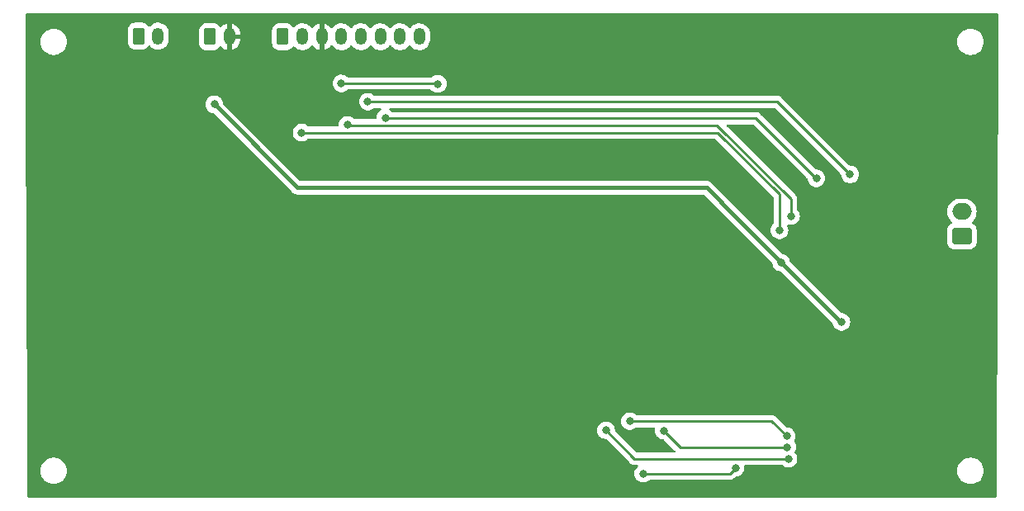
<source format=gbr>
%TF.GenerationSoftware,KiCad,Pcbnew,7.0.11-2.fc38*%
%TF.CreationDate,2024-03-25T20:43:53+00:00*%
%TF.ProjectId,music-box,6d757369-632d-4626-9f78-2e6b69636164,rev?*%
%TF.SameCoordinates,Original*%
%TF.FileFunction,Copper,L2,Bot*%
%TF.FilePolarity,Positive*%
%FSLAX46Y46*%
G04 Gerber Fmt 4.6, Leading zero omitted, Abs format (unit mm)*
G04 Created by KiCad (PCBNEW 7.0.11-2.fc38) date 2024-03-25 20:43:53*
%MOMM*%
%LPD*%
G01*
G04 APERTURE LIST*
G04 Aperture macros list*
%AMRoundRect*
0 Rectangle with rounded corners*
0 $1 Rounding radius*
0 $2 $3 $4 $5 $6 $7 $8 $9 X,Y pos of 4 corners*
0 Add a 4 corners polygon primitive as box body*
4,1,4,$2,$3,$4,$5,$6,$7,$8,$9,$2,$3,0*
0 Add four circle primitives for the rounded corners*
1,1,$1+$1,$2,$3*
1,1,$1+$1,$4,$5*
1,1,$1+$1,$6,$7*
1,1,$1+$1,$8,$9*
0 Add four rect primitives between the rounded corners*
20,1,$1+$1,$2,$3,$4,$5,0*
20,1,$1+$1,$4,$5,$6,$7,0*
20,1,$1+$1,$6,$7,$8,$9,0*
20,1,$1+$1,$8,$9,$2,$3,0*%
G04 Aperture macros list end*
%TA.AperFunction,ComponentPad*%
%ADD10RoundRect,0.250000X0.750000X-0.600000X0.750000X0.600000X-0.750000X0.600000X-0.750000X-0.600000X0*%
%TD*%
%TA.AperFunction,ComponentPad*%
%ADD11O,2.000000X1.700000*%
%TD*%
%TA.AperFunction,ComponentPad*%
%ADD12RoundRect,0.250000X-0.350000X-0.625000X0.350000X-0.625000X0.350000X0.625000X-0.350000X0.625000X0*%
%TD*%
%TA.AperFunction,ComponentPad*%
%ADD13O,1.200000X1.750000*%
%TD*%
%TA.AperFunction,ViaPad*%
%ADD14C,0.800000*%
%TD*%
%TA.AperFunction,Conductor*%
%ADD15C,0.400000*%
%TD*%
%TA.AperFunction,Conductor*%
%ADD16C,0.250000*%
%TD*%
G04 APERTURE END LIST*
D10*
%TO.P,J1,1,Pin_1*%
%TO.N,Net-(J1-Pin_1)*%
X196120000Y-122930000D03*
D11*
%TO.P,J1,2,Pin_2*%
%TO.N,Net-(J1-Pin_2)*%
X196120000Y-120430000D03*
%TD*%
D12*
%TO.P,J3,1,Pin_1*%
%TO.N,Net-(J3-Pin_1)*%
X119020000Y-102480000D03*
D13*
%TO.P,J3,2,Pin_2*%
%TO.N,GND*%
X121020000Y-102480000D03*
%TD*%
D12*
%TO.P,J4,1,Pin_1*%
%TO.N,+5V*%
X111700000Y-102410000D03*
D13*
%TO.P,J4,2,Pin_2*%
%TO.N,Net-(J3-Pin_1)*%
X113700000Y-102410000D03*
%TD*%
D12*
%TO.P,J5,1,Pin_1*%
%TO.N,+3.3V*%
X126490000Y-102480000D03*
D13*
%TO.P,J5,2,Pin_2*%
%TO.N,/RFID_RST*%
X128490000Y-102480000D03*
%TO.P,J5,3,Pin_3*%
%TO.N,GND*%
X130490000Y-102480000D03*
%TO.P,J5,4,Pin_4*%
%TO.N,/RFID_MISO*%
X132490000Y-102480000D03*
%TO.P,J5,5,Pin_5*%
%TO.N,/RFID_MOSI*%
X134490000Y-102480000D03*
%TO.P,J5,6,Pin_6*%
%TO.N,/RFID_SCK*%
X136490000Y-102480000D03*
%TO.P,J5,7,Pin_7*%
%TO.N,/RFID_SDA*%
X138490000Y-102480000D03*
%TO.P,J5,8,Pin_8*%
%TO.N,unconnected-(J5-Pin_8-Pad8)*%
X140490000Y-102480000D03*
%TD*%
D14*
%TO.N,+3.3V*%
X177590000Y-125660000D03*
X119470000Y-109420000D03*
X172900000Y-146680000D03*
X183760000Y-131730000D03*
X163440000Y-147300000D03*
%TO.N,GND*%
X183410000Y-129060000D03*
X181000000Y-137140000D03*
X154650000Y-145720000D03*
X146990000Y-139370000D03*
X116550000Y-107700000D03*
X156040000Y-141670000D03*
X181590000Y-123800000D03*
X108950000Y-140160000D03*
X181400000Y-121680000D03*
X182610000Y-116500000D03*
X134330000Y-139460000D03*
X187520000Y-120670000D03*
X111070000Y-110350000D03*
%TO.N,/SD_CS*%
X165550000Y-142870000D03*
X178200000Y-144580000D03*
%TO.N,/SD_RX*%
X162070000Y-141910000D03*
X178150000Y-143460000D03*
%TO.N,/SD_TX*%
X159630000Y-142850000D03*
X178330000Y-145750000D03*
%TO.N,/RFID_MISO*%
X132490000Y-107270000D03*
X142380000Y-107320000D03*
%TO.N,/AMP_SD*%
X128420000Y-112310000D03*
X177410000Y-122330000D03*
%TO.N,/AMP_DIN*%
X178590000Y-120880000D03*
X133120000Y-111520000D03*
%TO.N,/AMP_LRC*%
X184650000Y-116600000D03*
X135200000Y-109140000D03*
%TO.N,/AMP_BCLK*%
X181190000Y-117010000D03*
X137010000Y-110800000D03*
%TD*%
D15*
%TO.N,+3.3V*%
X169927500Y-117957500D02*
X172930000Y-120960000D01*
X183760000Y-131790000D02*
X183780000Y-131810000D01*
D16*
X163440000Y-147300000D02*
X172300000Y-147300000D01*
D15*
X183700000Y-131730000D02*
X183760000Y-131730000D01*
D16*
X172300000Y-147300000D02*
X172900000Y-146700000D01*
D15*
X128007500Y-117957500D02*
X169927500Y-117957500D01*
X177630000Y-125660000D02*
X183700000Y-131730000D01*
X172940000Y-120970000D02*
X177590000Y-125620000D01*
X177590000Y-125660000D02*
X177630000Y-125660000D01*
X183760000Y-131730000D02*
X183760000Y-131790000D01*
X172930000Y-120960000D02*
X172930000Y-120970000D01*
X172930000Y-120970000D02*
X172940000Y-120970000D01*
X119470000Y-109420000D02*
X128007500Y-117957500D01*
D16*
X172900000Y-146680000D02*
X172920000Y-146680000D01*
D15*
X177590000Y-125620000D02*
X177590000Y-125660000D01*
D16*
X172900000Y-146700000D02*
X172900000Y-146680000D01*
X172920000Y-146680000D02*
X172870000Y-146730000D01*
%TO.N,/SD_CS*%
X178200000Y-144580000D02*
X167260000Y-144580000D01*
X167260000Y-144580000D02*
X165550000Y-142870000D01*
%TO.N,/SD_RX*%
X176600000Y-141910000D02*
X162070000Y-141910000D01*
X178150000Y-143460000D02*
X176600000Y-141910000D01*
%TO.N,/SD_TX*%
X162530000Y-145750000D02*
X178330000Y-145750000D01*
X159630000Y-142850000D02*
X162530000Y-145750000D01*
%TO.N,/RFID_MISO*%
X132490000Y-107270000D02*
X142330000Y-107270000D01*
X142330000Y-107270000D02*
X142380000Y-107320000D01*
%TO.N,/AMP_SD*%
X177410000Y-122330000D02*
X177430000Y-122350000D01*
X177430000Y-122310000D02*
X177410000Y-122330000D01*
X171100000Y-112320000D02*
X177430000Y-118650000D01*
X128420000Y-112310000D02*
X128440000Y-112310000D01*
X138190000Y-112320000D02*
X138180000Y-112310000D01*
X177430000Y-118650000D02*
X177430000Y-122310000D01*
X138180000Y-112310000D02*
X128420000Y-112310000D01*
X177430000Y-122350000D02*
X177430000Y-122420000D01*
X138190000Y-112320000D02*
X171100000Y-112320000D01*
%TO.N,/AMP_DIN*%
X133120000Y-111520000D02*
X133095000Y-111545000D01*
X133145000Y-111545000D02*
X133120000Y-111520000D01*
X178570000Y-120900000D02*
X178570000Y-120930000D01*
X171025000Y-111545000D02*
X133145000Y-111545000D01*
X178570000Y-119090000D02*
X171025000Y-111545000D01*
X178590000Y-120880000D02*
X178570000Y-120860000D01*
X133025000Y-111545000D02*
X133020000Y-111540000D01*
X133095000Y-111545000D02*
X133025000Y-111545000D01*
X178570000Y-120860000D02*
X178570000Y-119090000D01*
X178590000Y-120880000D02*
X178570000Y-120900000D01*
%TO.N,/AMP_LRC*%
X184650000Y-116630000D02*
X184620000Y-116600000D01*
X177180000Y-109160000D02*
X135220000Y-109160000D01*
X135220000Y-109160000D02*
X135200000Y-109140000D01*
X184620000Y-116600000D02*
X177180000Y-109160000D01*
X135200000Y-109140000D02*
X135180000Y-109160000D01*
X184650000Y-116600000D02*
X184650000Y-116630000D01*
X184620000Y-116600000D02*
X184650000Y-116600000D01*
X135180000Y-109160000D02*
X134950000Y-109160000D01*
%TO.N,/AMP_BCLK*%
X174995000Y-110835000D02*
X181170000Y-117010000D01*
X181190000Y-117010000D02*
X181190000Y-117030000D01*
X181190000Y-117030000D02*
X181190000Y-117030000D01*
X181170000Y-117010000D02*
X181190000Y-117010000D01*
X137045000Y-110835000D02*
X174995000Y-110835000D01*
X136975000Y-110835000D02*
X137010000Y-110800000D01*
X137010000Y-110800000D02*
X137045000Y-110835000D01*
%TD*%
%TA.AperFunction,Conductor*%
%TO.N,GND*%
G36*
X199822452Y-100119690D02*
G01*
X199868212Y-100172489D01*
X199879422Y-100224586D01*
X199650571Y-149626549D01*
X199630576Y-149693497D01*
X199577560Y-149739007D01*
X199526547Y-149749975D01*
X100453451Y-149730024D01*
X100386416Y-149710326D01*
X100340671Y-149657513D01*
X100329477Y-149606551D01*
X100318446Y-147000000D01*
X101644341Y-147000000D01*
X101664936Y-147235403D01*
X101664938Y-147235413D01*
X101726094Y-147463655D01*
X101726096Y-147463659D01*
X101726097Y-147463663D01*
X101762226Y-147541142D01*
X101825964Y-147677828D01*
X101825965Y-147677830D01*
X101961505Y-147871402D01*
X102128597Y-148038494D01*
X102322169Y-148174034D01*
X102322171Y-148174035D01*
X102536337Y-148273903D01*
X102764592Y-148335063D01*
X102941032Y-148350499D01*
X102941033Y-148350500D01*
X102941034Y-148350500D01*
X103058967Y-148350500D01*
X103058967Y-148350499D01*
X103235408Y-148335063D01*
X103463663Y-148273903D01*
X103677829Y-148174035D01*
X103871401Y-148038495D01*
X104038495Y-147871401D01*
X104174035Y-147677830D01*
X104273903Y-147463663D01*
X104335063Y-147235408D01*
X104355659Y-147000000D01*
X104335063Y-146764592D01*
X104273903Y-146536337D01*
X104174035Y-146322171D01*
X104174034Y-146322169D01*
X104038494Y-146128597D01*
X103871402Y-145961505D01*
X103677830Y-145825965D01*
X103677828Y-145825964D01*
X103570746Y-145776031D01*
X103463663Y-145726097D01*
X103463659Y-145726096D01*
X103463655Y-145726094D01*
X103235413Y-145664938D01*
X103235403Y-145664936D01*
X103058967Y-145649500D01*
X103058966Y-145649500D01*
X102941034Y-145649500D01*
X102941033Y-145649500D01*
X102764596Y-145664936D01*
X102764586Y-145664938D01*
X102536344Y-145726094D01*
X102536335Y-145726098D01*
X102322171Y-145825964D01*
X102322169Y-145825965D01*
X102128597Y-145961505D01*
X101961506Y-146128597D01*
X101961501Y-146128604D01*
X101825967Y-146322165D01*
X101825965Y-146322169D01*
X101726098Y-146536335D01*
X101726094Y-146536344D01*
X101664938Y-146764586D01*
X101664936Y-146764596D01*
X101644341Y-146999999D01*
X101644341Y-147000000D01*
X100318446Y-147000000D01*
X100300882Y-142850000D01*
X158724540Y-142850000D01*
X158744326Y-143038256D01*
X158744327Y-143038259D01*
X158802818Y-143218277D01*
X158802821Y-143218284D01*
X158897467Y-143382216D01*
X158973764Y-143466952D01*
X159024129Y-143522888D01*
X159177265Y-143634148D01*
X159177270Y-143634151D01*
X159350192Y-143711142D01*
X159350197Y-143711144D01*
X159535354Y-143750500D01*
X159594548Y-143750500D01*
X159661587Y-143770185D01*
X159682228Y-143786818D01*
X160868878Y-144973469D01*
X162029197Y-146133788D01*
X162039022Y-146146051D01*
X162039243Y-146145869D01*
X162044211Y-146151874D01*
X162093222Y-146197899D01*
X162096021Y-146200612D01*
X162115522Y-146220114D01*
X162115526Y-146220117D01*
X162115529Y-146220120D01*
X162118702Y-146222581D01*
X162127574Y-146230159D01*
X162159418Y-146260062D01*
X162176976Y-146269714D01*
X162193235Y-146280395D01*
X162209064Y-146292673D01*
X162249155Y-146310021D01*
X162259626Y-146315151D01*
X162272395Y-146322171D01*
X162297902Y-146336194D01*
X162297904Y-146336195D01*
X162297908Y-146336197D01*
X162317316Y-146341180D01*
X162335719Y-146347481D01*
X162354101Y-146355436D01*
X162354102Y-146355436D01*
X162354104Y-146355437D01*
X162397250Y-146362270D01*
X162408672Y-146364636D01*
X162450981Y-146375500D01*
X162471016Y-146375500D01*
X162490414Y-146377026D01*
X162510194Y-146380159D01*
X162510195Y-146380160D01*
X162510195Y-146380159D01*
X162510196Y-146380160D01*
X162553675Y-146376050D01*
X162565344Y-146375500D01*
X162798811Y-146375500D01*
X162865850Y-146395185D01*
X162911605Y-146447989D01*
X162921549Y-146517147D01*
X162892524Y-146580703D01*
X162871696Y-146599818D01*
X162834129Y-146627111D01*
X162707466Y-146767785D01*
X162612821Y-146931715D01*
X162612818Y-146931722D01*
X162554327Y-147111740D01*
X162554326Y-147111744D01*
X162534540Y-147300000D01*
X162554326Y-147488256D01*
X162554327Y-147488259D01*
X162612818Y-147668277D01*
X162612821Y-147668284D01*
X162707467Y-147832216D01*
X162828401Y-147966526D01*
X162834129Y-147972888D01*
X162987265Y-148084148D01*
X162987270Y-148084151D01*
X163160192Y-148161142D01*
X163160197Y-148161144D01*
X163345354Y-148200500D01*
X163345355Y-148200500D01*
X163534644Y-148200500D01*
X163534646Y-148200500D01*
X163719803Y-148161144D01*
X163892730Y-148084151D01*
X164045871Y-147972888D01*
X164048788Y-147969647D01*
X164051600Y-147966526D01*
X164111087Y-147929879D01*
X164143748Y-147925500D01*
X172217257Y-147925500D01*
X172232877Y-147927224D01*
X172232904Y-147926939D01*
X172240660Y-147927671D01*
X172240667Y-147927673D01*
X172307873Y-147925561D01*
X172311768Y-147925500D01*
X172339346Y-147925500D01*
X172339350Y-147925500D01*
X172343324Y-147924997D01*
X172354963Y-147924080D01*
X172398627Y-147922709D01*
X172417869Y-147917117D01*
X172436912Y-147913174D01*
X172456792Y-147910664D01*
X172497401Y-147894585D01*
X172508444Y-147890803D01*
X172550390Y-147878618D01*
X172567629Y-147868422D01*
X172585103Y-147859862D01*
X172603727Y-147852488D01*
X172603727Y-147852487D01*
X172603732Y-147852486D01*
X172639083Y-147826800D01*
X172648814Y-147820408D01*
X172686420Y-147798170D01*
X172700589Y-147783999D01*
X172715379Y-147771368D01*
X172731587Y-147759594D01*
X172759433Y-147725932D01*
X172767286Y-147717303D01*
X172867773Y-147616818D01*
X172929096Y-147583334D01*
X172955453Y-147580500D01*
X172994644Y-147580500D01*
X172994646Y-147580500D01*
X173179803Y-147541144D01*
X173352730Y-147464151D01*
X173505871Y-147352888D01*
X173632533Y-147212216D01*
X173727179Y-147048284D01*
X173742868Y-147000000D01*
X195644341Y-147000000D01*
X195664936Y-147235403D01*
X195664938Y-147235413D01*
X195726094Y-147463655D01*
X195726096Y-147463659D01*
X195726097Y-147463663D01*
X195762226Y-147541142D01*
X195825964Y-147677828D01*
X195825965Y-147677830D01*
X195961505Y-147871402D01*
X196128597Y-148038494D01*
X196322169Y-148174034D01*
X196322171Y-148174035D01*
X196536337Y-148273903D01*
X196764592Y-148335063D01*
X196941032Y-148350499D01*
X196941033Y-148350500D01*
X196941034Y-148350500D01*
X197058967Y-148350500D01*
X197058967Y-148350499D01*
X197235408Y-148335063D01*
X197463663Y-148273903D01*
X197677829Y-148174035D01*
X197871401Y-148038495D01*
X198038495Y-147871401D01*
X198174035Y-147677830D01*
X198273903Y-147463663D01*
X198335063Y-147235408D01*
X198355659Y-147000000D01*
X198335063Y-146764592D01*
X198273903Y-146536337D01*
X198174035Y-146322171D01*
X198174034Y-146322169D01*
X198038494Y-146128597D01*
X197871402Y-145961505D01*
X197677830Y-145825965D01*
X197677828Y-145825964D01*
X197570746Y-145776031D01*
X197463663Y-145726097D01*
X197463659Y-145726096D01*
X197463655Y-145726094D01*
X197235413Y-145664938D01*
X197235403Y-145664936D01*
X197058967Y-145649500D01*
X197058966Y-145649500D01*
X196941034Y-145649500D01*
X196941033Y-145649500D01*
X196764596Y-145664936D01*
X196764586Y-145664938D01*
X196536344Y-145726094D01*
X196536335Y-145726098D01*
X196322171Y-145825964D01*
X196322169Y-145825965D01*
X196128597Y-145961505D01*
X195961506Y-146128597D01*
X195961501Y-146128604D01*
X195825967Y-146322165D01*
X195825965Y-146322169D01*
X195726098Y-146536335D01*
X195726094Y-146536344D01*
X195664938Y-146764586D01*
X195664936Y-146764596D01*
X195644341Y-146999999D01*
X195644341Y-147000000D01*
X173742868Y-147000000D01*
X173785674Y-146868256D01*
X173805460Y-146680000D01*
X173787851Y-146512459D01*
X173800421Y-146443732D01*
X173848153Y-146392708D01*
X173911172Y-146375500D01*
X177626252Y-146375500D01*
X177693291Y-146395185D01*
X177718400Y-146416526D01*
X177724126Y-146422885D01*
X177724130Y-146422889D01*
X177877265Y-146534148D01*
X177877270Y-146534151D01*
X178050192Y-146611142D01*
X178050197Y-146611144D01*
X178235354Y-146650500D01*
X178235355Y-146650500D01*
X178424644Y-146650500D01*
X178424646Y-146650500D01*
X178609803Y-146611144D01*
X178782730Y-146534151D01*
X178935871Y-146422888D01*
X179062533Y-146282216D01*
X179157179Y-146118284D01*
X179215674Y-145938256D01*
X179235460Y-145750000D01*
X179215674Y-145561744D01*
X179157179Y-145381716D01*
X179062533Y-145217784D01*
X179006467Y-145155517D01*
X178976238Y-145092527D01*
X178984863Y-145023192D01*
X178991220Y-145010566D01*
X179027179Y-144948284D01*
X179085674Y-144768256D01*
X179105460Y-144580000D01*
X179085674Y-144391744D01*
X179027179Y-144211716D01*
X178932533Y-144047784D01*
X178929284Y-144042156D01*
X178930987Y-144041172D01*
X178910649Y-143984182D01*
X178926469Y-143916127D01*
X178927059Y-143915094D01*
X178977179Y-143828284D01*
X179035674Y-143648256D01*
X179055460Y-143460000D01*
X179035674Y-143271744D01*
X178977179Y-143091716D01*
X178882533Y-142927784D01*
X178755871Y-142787112D01*
X178733893Y-142771144D01*
X178602734Y-142675851D01*
X178602729Y-142675848D01*
X178429807Y-142598857D01*
X178429802Y-142598855D01*
X178284001Y-142567865D01*
X178244646Y-142559500D01*
X178244645Y-142559500D01*
X178185452Y-142559500D01*
X178118413Y-142539815D01*
X178097771Y-142523181D01*
X177100803Y-141526212D01*
X177090980Y-141513950D01*
X177090759Y-141514134D01*
X177085786Y-141508122D01*
X177036776Y-141462099D01*
X177033977Y-141459386D01*
X177014477Y-141439885D01*
X177014471Y-141439880D01*
X177011286Y-141437409D01*
X177002434Y-141429848D01*
X176970582Y-141399938D01*
X176970580Y-141399936D01*
X176970577Y-141399935D01*
X176953029Y-141390288D01*
X176936763Y-141379604D01*
X176920932Y-141367324D01*
X176880849Y-141349978D01*
X176870363Y-141344841D01*
X176832094Y-141323803D01*
X176832092Y-141323802D01*
X176812693Y-141318822D01*
X176794281Y-141312518D01*
X176775898Y-141304562D01*
X176775892Y-141304560D01*
X176732760Y-141297729D01*
X176721322Y-141295361D01*
X176679020Y-141284500D01*
X176679019Y-141284500D01*
X176658984Y-141284500D01*
X176639586Y-141282973D01*
X176632162Y-141281797D01*
X176619805Y-141279840D01*
X176619804Y-141279840D01*
X176576325Y-141283950D01*
X176564656Y-141284500D01*
X162773748Y-141284500D01*
X162706709Y-141264815D01*
X162681600Y-141243474D01*
X162675873Y-141237114D01*
X162675869Y-141237110D01*
X162522734Y-141125851D01*
X162522729Y-141125848D01*
X162349807Y-141048857D01*
X162349802Y-141048855D01*
X162204001Y-141017865D01*
X162164646Y-141009500D01*
X161975354Y-141009500D01*
X161942897Y-141016398D01*
X161790197Y-141048855D01*
X161790192Y-141048857D01*
X161617270Y-141125848D01*
X161617265Y-141125851D01*
X161464129Y-141237111D01*
X161337466Y-141377785D01*
X161242821Y-141541715D01*
X161242818Y-141541722D01*
X161184327Y-141721740D01*
X161184326Y-141721744D01*
X161164540Y-141910000D01*
X161184326Y-142098256D01*
X161184327Y-142098259D01*
X161242818Y-142278277D01*
X161242821Y-142278284D01*
X161337467Y-142442216D01*
X161454162Y-142571819D01*
X161464129Y-142582888D01*
X161617265Y-142694148D01*
X161617270Y-142694151D01*
X161790192Y-142771142D01*
X161790197Y-142771144D01*
X161975354Y-142810500D01*
X161975355Y-142810500D01*
X162164644Y-142810500D01*
X162164646Y-142810500D01*
X162349803Y-142771144D01*
X162522730Y-142694151D01*
X162675871Y-142582888D01*
X162678788Y-142579647D01*
X162681600Y-142576526D01*
X162741087Y-142539879D01*
X162773748Y-142535500D01*
X164542284Y-142535500D01*
X164609323Y-142555185D01*
X164655078Y-142607989D01*
X164664749Y-142675254D01*
X164665006Y-142675281D01*
X164664899Y-142676294D01*
X164665022Y-142677147D01*
X164664503Y-142680061D01*
X164664326Y-142681743D01*
X164664326Y-142681744D01*
X164644540Y-142870000D01*
X164664326Y-143058256D01*
X164664327Y-143058259D01*
X164722818Y-143238277D01*
X164722821Y-143238284D01*
X164817467Y-143402216D01*
X164875756Y-143466952D01*
X164944129Y-143542888D01*
X165097265Y-143654148D01*
X165097270Y-143654151D01*
X165270192Y-143731142D01*
X165270197Y-143731144D01*
X165455354Y-143770500D01*
X165514548Y-143770500D01*
X165581587Y-143790185D01*
X165602229Y-143806819D01*
X166708228Y-144912819D01*
X166741713Y-144974142D01*
X166736729Y-145043834D01*
X166694857Y-145099767D01*
X166629393Y-145124184D01*
X166620547Y-145124500D01*
X162840453Y-145124500D01*
X162773414Y-145104815D01*
X162752772Y-145088181D01*
X160568960Y-142904369D01*
X160535475Y-142843046D01*
X160533323Y-142829668D01*
X160515674Y-142661744D01*
X160457179Y-142481716D01*
X160362533Y-142317784D01*
X160235871Y-142177112D01*
X160235870Y-142177111D01*
X160082734Y-142065851D01*
X160082729Y-142065848D01*
X159909807Y-141988857D01*
X159909802Y-141988855D01*
X159764001Y-141957865D01*
X159724646Y-141949500D01*
X159535354Y-141949500D01*
X159502897Y-141956398D01*
X159350197Y-141988855D01*
X159350192Y-141988857D01*
X159177270Y-142065848D01*
X159177265Y-142065851D01*
X159024129Y-142177111D01*
X158897466Y-142317785D01*
X158802821Y-142481715D01*
X158802818Y-142481722D01*
X158744327Y-142661740D01*
X158744326Y-142661744D01*
X158724540Y-142850000D01*
X100300882Y-142850000D01*
X100159401Y-109420000D01*
X118564540Y-109420000D01*
X118584326Y-109608256D01*
X118584327Y-109608259D01*
X118642818Y-109788277D01*
X118642821Y-109788284D01*
X118737467Y-109952216D01*
X118864129Y-110092888D01*
X119017265Y-110204148D01*
X119017270Y-110204151D01*
X119190191Y-110281142D01*
X119190193Y-110281142D01*
X119190197Y-110281144D01*
X119345130Y-110314075D01*
X119406607Y-110347266D01*
X119407026Y-110347683D01*
X127494558Y-118435215D01*
X127499678Y-118440653D01*
X127539571Y-118485683D01*
X127582518Y-118515327D01*
X127589069Y-118519849D01*
X127595101Y-118524288D01*
X127642438Y-118561374D01*
X127642443Y-118561377D01*
X127651674Y-118565531D01*
X127671227Y-118576559D01*
X127679570Y-118582318D01*
X127735822Y-118603651D01*
X127742728Y-118606512D01*
X127797563Y-118631192D01*
X127797564Y-118631192D01*
X127797568Y-118631194D01*
X127807530Y-118633019D01*
X127829151Y-118639046D01*
X127838625Y-118642639D01*
X127838628Y-118642640D01*
X127882734Y-118647995D01*
X127898330Y-118649889D01*
X127905735Y-118651016D01*
X127926900Y-118654894D01*
X127964894Y-118661857D01*
X128024923Y-118658226D01*
X128032410Y-118658000D01*
X144325500Y-118658000D01*
X144392539Y-118677685D01*
X144438294Y-118730489D01*
X144449500Y-118782000D01*
X144449500Y-132132967D01*
X144449416Y-132133389D01*
X144449459Y-132157499D01*
X144449459Y-132157500D01*
X144449500Y-132157599D01*
X144449616Y-132157881D01*
X144449617Y-132157883D01*
X144449618Y-132157884D01*
X144449808Y-132157962D01*
X144450000Y-132158041D01*
X144450002Y-132158039D01*
X144474616Y-132158024D01*
X144474616Y-132158028D01*
X144474760Y-132158000D01*
X153450098Y-132158000D01*
X153450099Y-132158000D01*
X153450383Y-132157883D01*
X153450541Y-132157500D01*
X153450383Y-132157117D01*
X153450099Y-132157000D01*
X153450098Y-132157000D01*
X144574500Y-132157000D01*
X144507461Y-132137315D01*
X144461706Y-132084511D01*
X144450500Y-132033000D01*
X144450500Y-118782000D01*
X144470185Y-118714961D01*
X144522989Y-118669206D01*
X144574500Y-118658000D01*
X169585981Y-118658000D01*
X169653020Y-118677685D01*
X169673662Y-118694319D01*
X172339401Y-121360058D01*
X172344536Y-121365512D01*
X172349264Y-121370849D01*
X172349266Y-121370852D01*
X172372598Y-121397189D01*
X172381823Y-121408964D01*
X172401815Y-121437927D01*
X172401821Y-121437933D01*
X172428150Y-121461258D01*
X172438740Y-121471847D01*
X172462073Y-121498185D01*
X172491028Y-121518171D01*
X172502814Y-121527405D01*
X172534490Y-121555467D01*
X172539945Y-121560602D01*
X176658798Y-125679455D01*
X176692283Y-125740778D01*
X176694437Y-125754169D01*
X176704326Y-125848256D01*
X176704327Y-125848259D01*
X176762818Y-126028277D01*
X176762821Y-126028284D01*
X176857467Y-126192216D01*
X176984129Y-126332888D01*
X177137265Y-126444148D01*
X177137270Y-126444151D01*
X177310192Y-126521142D01*
X177310197Y-126521144D01*
X177495354Y-126560500D01*
X177495355Y-126560500D01*
X177501403Y-126561136D01*
X177566017Y-126587722D01*
X177576118Y-126596775D01*
X182842073Y-131862730D01*
X182872323Y-131912093D01*
X182932818Y-132098277D01*
X182932821Y-132098284D01*
X183027467Y-132262216D01*
X183154129Y-132402888D01*
X183307265Y-132514148D01*
X183307270Y-132514151D01*
X183480192Y-132591142D01*
X183480197Y-132591144D01*
X183665354Y-132630500D01*
X183665355Y-132630500D01*
X183854644Y-132630500D01*
X183854646Y-132630500D01*
X184039803Y-132591144D01*
X184212730Y-132514151D01*
X184365871Y-132402888D01*
X184492533Y-132262216D01*
X184587179Y-132098284D01*
X184645674Y-131918256D01*
X184665460Y-131730000D01*
X184645674Y-131541744D01*
X184587179Y-131361716D01*
X184492533Y-131197784D01*
X184365871Y-131057112D01*
X184365870Y-131057111D01*
X184212734Y-130945851D01*
X184212729Y-130945848D01*
X184039807Y-130868857D01*
X184039802Y-130868855D01*
X183894001Y-130837865D01*
X183854646Y-130829500D01*
X183854645Y-130829500D01*
X183841519Y-130829500D01*
X183774480Y-130809815D01*
X183753838Y-130793181D01*
X178511806Y-125551149D01*
X178478321Y-125489826D01*
X178476166Y-125476433D01*
X178475674Y-125471744D01*
X178417179Y-125291716D01*
X178322533Y-125127784D01*
X178195871Y-124987112D01*
X178195870Y-124987111D01*
X178042734Y-124875851D01*
X178042729Y-124875848D01*
X177869807Y-124798857D01*
X177869802Y-124798855D01*
X177765669Y-124776721D01*
X177704187Y-124743528D01*
X177703769Y-124743112D01*
X173478307Y-120517650D01*
X173463940Y-120500411D01*
X173458184Y-120492073D01*
X173458183Y-120492071D01*
X173437147Y-120473434D01*
X173426563Y-120462850D01*
X173407930Y-120441818D01*
X173407926Y-120441815D01*
X173399590Y-120436061D01*
X173382349Y-120421692D01*
X170440440Y-117479783D01*
X170435305Y-117474328D01*
X170395429Y-117429316D01*
X170395424Y-117429312D01*
X170345938Y-117395155D01*
X170339903Y-117390715D01*
X170292560Y-117353624D01*
X170292555Y-117353620D01*
X170283313Y-117349461D01*
X170263766Y-117338436D01*
X170255431Y-117332683D01*
X170255432Y-117332683D01*
X170255430Y-117332682D01*
X170199194Y-117311354D01*
X170192290Y-117308494D01*
X170137432Y-117283805D01*
X170137430Y-117283804D01*
X170127446Y-117281974D01*
X170105843Y-117275951D01*
X170096374Y-117272360D01*
X170096371Y-117272359D01*
X170036671Y-117265110D01*
X170029270Y-117263983D01*
X169970109Y-117253142D01*
X169970103Y-117253142D01*
X169910067Y-117256774D01*
X169902579Y-117257000D01*
X128349019Y-117257000D01*
X128281980Y-117237315D01*
X128261338Y-117220681D01*
X123350657Y-112310000D01*
X127514540Y-112310000D01*
X127534326Y-112498256D01*
X127534327Y-112498259D01*
X127592818Y-112678277D01*
X127592821Y-112678284D01*
X127687467Y-112842216D01*
X127798189Y-112965185D01*
X127814129Y-112982888D01*
X127967265Y-113094148D01*
X127967270Y-113094151D01*
X128140192Y-113171142D01*
X128140197Y-113171144D01*
X128325354Y-113210500D01*
X128325355Y-113210500D01*
X128514644Y-113210500D01*
X128514646Y-113210500D01*
X128699803Y-113171144D01*
X128872730Y-113094151D01*
X129025871Y-112982888D01*
X129028788Y-112979647D01*
X129031600Y-112976526D01*
X129091087Y-112939879D01*
X129123748Y-112935500D01*
X138056370Y-112935500D01*
X138087207Y-112939396D01*
X138092250Y-112940690D01*
X138110981Y-112945500D01*
X138131016Y-112945500D01*
X138150414Y-112947026D01*
X138170194Y-112950159D01*
X138170195Y-112950160D01*
X138170195Y-112950159D01*
X138170196Y-112950160D01*
X138213675Y-112946050D01*
X138225344Y-112945500D01*
X170789548Y-112945500D01*
X170856587Y-112965185D01*
X170877229Y-112981819D01*
X176768181Y-118872771D01*
X176801666Y-118934094D01*
X176804500Y-118960452D01*
X176804500Y-121609101D01*
X176784815Y-121676140D01*
X176772650Y-121692073D01*
X176677466Y-121797785D01*
X176582821Y-121961715D01*
X176582818Y-121961722D01*
X176566915Y-122010668D01*
X176524326Y-122141744D01*
X176504540Y-122330000D01*
X176524326Y-122518256D01*
X176524327Y-122518259D01*
X176582818Y-122698277D01*
X176582821Y-122698284D01*
X176677467Y-122862216D01*
X176804129Y-123002888D01*
X176957265Y-123114148D01*
X176957270Y-123114151D01*
X177130192Y-123191142D01*
X177130197Y-123191144D01*
X177315354Y-123230500D01*
X177315355Y-123230500D01*
X177504644Y-123230500D01*
X177504646Y-123230500D01*
X177689803Y-123191144D01*
X177862730Y-123114151D01*
X178015871Y-123002888D01*
X178142533Y-122862216D01*
X178237179Y-122698284D01*
X178295674Y-122518256D01*
X178315460Y-122330000D01*
X178295674Y-122141744D01*
X178237179Y-121961716D01*
X178221055Y-121933789D01*
X178204584Y-121865891D01*
X178227437Y-121799864D01*
X178282359Y-121756674D01*
X178351912Y-121750033D01*
X178354188Y-121750494D01*
X178495354Y-121780500D01*
X178495355Y-121780500D01*
X178684644Y-121780500D01*
X178684646Y-121780500D01*
X178869803Y-121741144D01*
X179042730Y-121664151D01*
X179195871Y-121552888D01*
X179322533Y-121412216D01*
X179417179Y-121248284D01*
X179475674Y-121068256D01*
X179495460Y-120880000D01*
X179475674Y-120691744D01*
X179417179Y-120511716D01*
X179370000Y-120430000D01*
X194614341Y-120430000D01*
X194634936Y-120665403D01*
X194634938Y-120665413D01*
X194696094Y-120893655D01*
X194696096Y-120893659D01*
X194696097Y-120893663D01*
X194746031Y-121000746D01*
X194795964Y-121107828D01*
X194795965Y-121107830D01*
X194931505Y-121301402D01*
X195078704Y-121448601D01*
X195112189Y-121509924D01*
X195107205Y-121579616D01*
X195065333Y-121635549D01*
X195056120Y-121641820D01*
X194901347Y-121737285D01*
X194901343Y-121737288D01*
X194777289Y-121861342D01*
X194685187Y-122010663D01*
X194685186Y-122010666D01*
X194630001Y-122177203D01*
X194630001Y-122177204D01*
X194630000Y-122177204D01*
X194619500Y-122279983D01*
X194619500Y-123580001D01*
X194619501Y-123580018D01*
X194630000Y-123682796D01*
X194630001Y-123682799D01*
X194685185Y-123849331D01*
X194685186Y-123849334D01*
X194777288Y-123998656D01*
X194901344Y-124122712D01*
X195050666Y-124214814D01*
X195217203Y-124269999D01*
X195319991Y-124280500D01*
X196920008Y-124280499D01*
X197022797Y-124269999D01*
X197189334Y-124214814D01*
X197338656Y-124122712D01*
X197462712Y-123998656D01*
X197554814Y-123849334D01*
X197609999Y-123682797D01*
X197620500Y-123580009D01*
X197620499Y-122279992D01*
X197609999Y-122177203D01*
X197554814Y-122010666D01*
X197462712Y-121861344D01*
X197338656Y-121737288D01*
X197239519Y-121676140D01*
X197183879Y-121641821D01*
X197137155Y-121589873D01*
X197125932Y-121520910D01*
X197153776Y-121456828D01*
X197161295Y-121448601D01*
X197212716Y-121397180D01*
X197308495Y-121301401D01*
X197444035Y-121107830D01*
X197543903Y-120893663D01*
X197605063Y-120665408D01*
X197625659Y-120430000D01*
X197605063Y-120194592D01*
X197543903Y-119966337D01*
X197444035Y-119752171D01*
X197444034Y-119752169D01*
X197308494Y-119558597D01*
X197141402Y-119391505D01*
X196947830Y-119255965D01*
X196947828Y-119255964D01*
X196769347Y-119172737D01*
X196733663Y-119156097D01*
X196733659Y-119156096D01*
X196733655Y-119156094D01*
X196505413Y-119094938D01*
X196505403Y-119094936D01*
X196328967Y-119079500D01*
X196328966Y-119079500D01*
X195911034Y-119079500D01*
X195911033Y-119079500D01*
X195734596Y-119094936D01*
X195734586Y-119094938D01*
X195506344Y-119156094D01*
X195506335Y-119156098D01*
X195292171Y-119255964D01*
X195292169Y-119255965D01*
X195098597Y-119391505D01*
X194931506Y-119558597D01*
X194931501Y-119558604D01*
X194795967Y-119752165D01*
X194795965Y-119752169D01*
X194696098Y-119966335D01*
X194696094Y-119966344D01*
X194634938Y-120194586D01*
X194634936Y-120194596D01*
X194614341Y-120429999D01*
X194614341Y-120430000D01*
X179370000Y-120430000D01*
X179322533Y-120347784D01*
X179227349Y-120242072D01*
X179197120Y-120179082D01*
X179195500Y-120159101D01*
X179195500Y-119172737D01*
X179197224Y-119157123D01*
X179196938Y-119157096D01*
X179197672Y-119149333D01*
X179195561Y-119082144D01*
X179195500Y-119078250D01*
X179195500Y-119050651D01*
X179195500Y-119050650D01*
X179194997Y-119046670D01*
X179194080Y-119035021D01*
X179192709Y-118991373D01*
X179187121Y-118972139D01*
X179183174Y-118953081D01*
X179180664Y-118933208D01*
X179171115Y-118909090D01*
X179164583Y-118892592D01*
X179160799Y-118881539D01*
X179148618Y-118839615D01*
X179148617Y-118839610D01*
X179138420Y-118822368D01*
X179129863Y-118804902D01*
X179122486Y-118786268D01*
X179096809Y-118750926D01*
X179090412Y-118741190D01*
X179068170Y-118703579D01*
X179068167Y-118703576D01*
X179068165Y-118703573D01*
X179054005Y-118689413D01*
X179041370Y-118674620D01*
X179029593Y-118658412D01*
X178995945Y-118630576D01*
X178987304Y-118622713D01*
X172036772Y-111672181D01*
X172003287Y-111610858D01*
X172008271Y-111541166D01*
X172050143Y-111485233D01*
X172115607Y-111460816D01*
X172124453Y-111460500D01*
X174684548Y-111460500D01*
X174751587Y-111480185D01*
X174772229Y-111496819D01*
X180253387Y-116977977D01*
X180286872Y-117039300D01*
X180289027Y-117052696D01*
X180304326Y-117198256D01*
X180304327Y-117198259D01*
X180362818Y-117378277D01*
X180362821Y-117378284D01*
X180457467Y-117542216D01*
X180584129Y-117682888D01*
X180737265Y-117794148D01*
X180737270Y-117794151D01*
X180910192Y-117871142D01*
X180910197Y-117871144D01*
X181095354Y-117910500D01*
X181095355Y-117910500D01*
X181284644Y-117910500D01*
X181284646Y-117910500D01*
X181469803Y-117871144D01*
X181642730Y-117794151D01*
X181795871Y-117682888D01*
X181922533Y-117542216D01*
X182017179Y-117378284D01*
X182075674Y-117198256D01*
X182095460Y-117010000D01*
X182075674Y-116821744D01*
X182017179Y-116641716D01*
X181922533Y-116477784D01*
X181795871Y-116337112D01*
X181795870Y-116337111D01*
X181642734Y-116225851D01*
X181642729Y-116225848D01*
X181469807Y-116148857D01*
X181469802Y-116148855D01*
X181324001Y-116117865D01*
X181284646Y-116109500D01*
X181284645Y-116109500D01*
X181205452Y-116109500D01*
X181138413Y-116089815D01*
X181117771Y-116073181D01*
X175495803Y-110451212D01*
X175485980Y-110438950D01*
X175485759Y-110439134D01*
X175480786Y-110433122D01*
X175431776Y-110387099D01*
X175428977Y-110384386D01*
X175409477Y-110364885D01*
X175409471Y-110364880D01*
X175406286Y-110362409D01*
X175397434Y-110354848D01*
X175365582Y-110324938D01*
X175365580Y-110324936D01*
X175365577Y-110324935D01*
X175348029Y-110315288D01*
X175331763Y-110304604D01*
X175315932Y-110292324D01*
X175275849Y-110274978D01*
X175265363Y-110269841D01*
X175227094Y-110248803D01*
X175227092Y-110248802D01*
X175207693Y-110243822D01*
X175189281Y-110237518D01*
X175170898Y-110229562D01*
X175170892Y-110229560D01*
X175127760Y-110222729D01*
X175116322Y-110220361D01*
X175074020Y-110209500D01*
X175074019Y-110209500D01*
X175053984Y-110209500D01*
X175034586Y-110207973D01*
X175027162Y-110206797D01*
X175014805Y-110204840D01*
X175014804Y-110204840D01*
X174971325Y-110208950D01*
X174959656Y-110209500D01*
X137745262Y-110209500D01*
X137678223Y-110189815D01*
X137653115Y-110168476D01*
X137615871Y-110127112D01*
X137615869Y-110127110D01*
X137615866Y-110127107D01*
X137615864Y-110127106D01*
X137457473Y-110012029D01*
X137458521Y-110010585D01*
X137416315Y-109966326D01*
X137403089Y-109897719D01*
X137429054Y-109832853D01*
X137485966Y-109792322D01*
X137526528Y-109785500D01*
X176869548Y-109785500D01*
X176936587Y-109805185D01*
X176957229Y-109821819D01*
X183714562Y-116579153D01*
X183748047Y-116640476D01*
X183750201Y-116653867D01*
X183764326Y-116788256D01*
X183764327Y-116788259D01*
X183822818Y-116968277D01*
X183822821Y-116968284D01*
X183917467Y-117132216D01*
X184037126Y-117265110D01*
X184044129Y-117272888D01*
X184197265Y-117384148D01*
X184197270Y-117384151D01*
X184370192Y-117461142D01*
X184370197Y-117461144D01*
X184555354Y-117500500D01*
X184555355Y-117500500D01*
X184744644Y-117500500D01*
X184744646Y-117500500D01*
X184929803Y-117461144D01*
X185102730Y-117384151D01*
X185255871Y-117272888D01*
X185382533Y-117132216D01*
X185477179Y-116968284D01*
X185535674Y-116788256D01*
X185555460Y-116600000D01*
X185535674Y-116411744D01*
X185477179Y-116231716D01*
X185382533Y-116067784D01*
X185255871Y-115927112D01*
X185255870Y-115927111D01*
X185102734Y-115815851D01*
X185102729Y-115815848D01*
X184929807Y-115738857D01*
X184929802Y-115738855D01*
X184784001Y-115707865D01*
X184744646Y-115699500D01*
X184744645Y-115699500D01*
X184655452Y-115699500D01*
X184588413Y-115679815D01*
X184567771Y-115663181D01*
X177680803Y-108776212D01*
X177670980Y-108763950D01*
X177670759Y-108764134D01*
X177665786Y-108758122D01*
X177616776Y-108712099D01*
X177613977Y-108709386D01*
X177594477Y-108689885D01*
X177594471Y-108689880D01*
X177591286Y-108687409D01*
X177582434Y-108679848D01*
X177550582Y-108649938D01*
X177550580Y-108649936D01*
X177550577Y-108649935D01*
X177533029Y-108640288D01*
X177516763Y-108629604D01*
X177500932Y-108617324D01*
X177460849Y-108599978D01*
X177450363Y-108594841D01*
X177412094Y-108573803D01*
X177412092Y-108573802D01*
X177392693Y-108568822D01*
X177374281Y-108562518D01*
X177355898Y-108554562D01*
X177355892Y-108554560D01*
X177312760Y-108547729D01*
X177301322Y-108545361D01*
X177259020Y-108534500D01*
X177259019Y-108534500D01*
X177238984Y-108534500D01*
X177219586Y-108532973D01*
X177212162Y-108531797D01*
X177199805Y-108529840D01*
X177199804Y-108529840D01*
X177156325Y-108533950D01*
X177144656Y-108534500D01*
X135921756Y-108534500D01*
X135854717Y-108514815D01*
X135829607Y-108493473D01*
X135805871Y-108467112D01*
X135805864Y-108467106D01*
X135652734Y-108355851D01*
X135652729Y-108355848D01*
X135479807Y-108278857D01*
X135479802Y-108278855D01*
X135334001Y-108247865D01*
X135294646Y-108239500D01*
X135105354Y-108239500D01*
X135072897Y-108246398D01*
X134920197Y-108278855D01*
X134920192Y-108278857D01*
X134747270Y-108355848D01*
X134747265Y-108355851D01*
X134594129Y-108467111D01*
X134467466Y-108607785D01*
X134372821Y-108771715D01*
X134372818Y-108771722D01*
X134314327Y-108951740D01*
X134314326Y-108951744D01*
X134294540Y-109140000D01*
X134314326Y-109328256D01*
X134314327Y-109328259D01*
X134372818Y-109508277D01*
X134372821Y-109508284D01*
X134467467Y-109672216D01*
X134575611Y-109792322D01*
X134594129Y-109812888D01*
X134747265Y-109924148D01*
X134747270Y-109924151D01*
X134920192Y-110001142D01*
X134920197Y-110001144D01*
X135105354Y-110040500D01*
X135105355Y-110040500D01*
X135294644Y-110040500D01*
X135294646Y-110040500D01*
X135479803Y-110001144D01*
X135652730Y-109924151D01*
X135778391Y-109832853D01*
X135810972Y-109809182D01*
X135876778Y-109785702D01*
X135883857Y-109785500D01*
X136493472Y-109785500D01*
X136560511Y-109805185D01*
X136606266Y-109857989D01*
X136616210Y-109927147D01*
X136587185Y-109990703D01*
X136562087Y-110011424D01*
X136562527Y-110012029D01*
X136404129Y-110127111D01*
X136277466Y-110267785D01*
X136182821Y-110431715D01*
X136182818Y-110431722D01*
X136124327Y-110611740D01*
X136124326Y-110611744D01*
X136104540Y-110800000D01*
X136103861Y-110806463D01*
X136101396Y-110806204D01*
X136084855Y-110862539D01*
X136032051Y-110908294D01*
X135980540Y-110919500D01*
X133846258Y-110919500D01*
X133779219Y-110899815D01*
X133754109Y-110878473D01*
X133725871Y-110847112D01*
X133725864Y-110847106D01*
X133572734Y-110735851D01*
X133572729Y-110735848D01*
X133399807Y-110658857D01*
X133399802Y-110658855D01*
X133254001Y-110627865D01*
X133214646Y-110619500D01*
X133025354Y-110619500D01*
X132992897Y-110626398D01*
X132840197Y-110658855D01*
X132840192Y-110658857D01*
X132667270Y-110735848D01*
X132667265Y-110735851D01*
X132514129Y-110847111D01*
X132387466Y-110987785D01*
X132292821Y-111151715D01*
X132292818Y-111151722D01*
X132234327Y-111331740D01*
X132234326Y-111331744D01*
X132214540Y-111520000D01*
X132217434Y-111547540D01*
X132204866Y-111616267D01*
X132157134Y-111667292D01*
X132094114Y-111684500D01*
X129123748Y-111684500D01*
X129056709Y-111664815D01*
X129031600Y-111643474D01*
X129025873Y-111637114D01*
X129025869Y-111637110D01*
X128872734Y-111525851D01*
X128872729Y-111525848D01*
X128699807Y-111448857D01*
X128699802Y-111448855D01*
X128554001Y-111417865D01*
X128514646Y-111409500D01*
X128325354Y-111409500D01*
X128292897Y-111416398D01*
X128140197Y-111448855D01*
X128140192Y-111448857D01*
X127967270Y-111525848D01*
X127967265Y-111525851D01*
X127814129Y-111637111D01*
X127687466Y-111777785D01*
X127592821Y-111941715D01*
X127592818Y-111941722D01*
X127534327Y-112121740D01*
X127534326Y-112121744D01*
X127514540Y-112310000D01*
X123350657Y-112310000D01*
X120396503Y-109355846D01*
X120363018Y-109294523D01*
X120360865Y-109281143D01*
X120355674Y-109231744D01*
X120325864Y-109140000D01*
X120297181Y-109051722D01*
X120297180Y-109051721D01*
X120297179Y-109051716D01*
X120202533Y-108887784D01*
X120075871Y-108747112D01*
X120027680Y-108712099D01*
X119922734Y-108635851D01*
X119922729Y-108635848D01*
X119749807Y-108558857D01*
X119749802Y-108558855D01*
X119604001Y-108527865D01*
X119564646Y-108519500D01*
X119375354Y-108519500D01*
X119342897Y-108526398D01*
X119190197Y-108558855D01*
X119190192Y-108558857D01*
X119017270Y-108635848D01*
X119017265Y-108635851D01*
X118864129Y-108747111D01*
X118737466Y-108887785D01*
X118642821Y-109051715D01*
X118642818Y-109051722D01*
X118584327Y-109231740D01*
X118584326Y-109231744D01*
X118564540Y-109420000D01*
X100159401Y-109420000D01*
X100150302Y-107270000D01*
X131584540Y-107270000D01*
X131604326Y-107458256D01*
X131604327Y-107458259D01*
X131662818Y-107638277D01*
X131662821Y-107638284D01*
X131757467Y-107802216D01*
X131859185Y-107915185D01*
X131884129Y-107942888D01*
X132037265Y-108054148D01*
X132037270Y-108054151D01*
X132210192Y-108131142D01*
X132210197Y-108131144D01*
X132395354Y-108170500D01*
X132395355Y-108170500D01*
X132584644Y-108170500D01*
X132584646Y-108170500D01*
X132769803Y-108131144D01*
X132942730Y-108054151D01*
X133095871Y-107942888D01*
X133101598Y-107936528D01*
X133101600Y-107936526D01*
X133161087Y-107899879D01*
X133193748Y-107895500D01*
X141631232Y-107895500D01*
X141698271Y-107915185D01*
X141723382Y-107936528D01*
X141774129Y-107992888D01*
X141774135Y-107992893D01*
X141927265Y-108104148D01*
X141927270Y-108104151D01*
X142100192Y-108181142D01*
X142100197Y-108181144D01*
X142285354Y-108220500D01*
X142285355Y-108220500D01*
X142474644Y-108220500D01*
X142474646Y-108220500D01*
X142659803Y-108181144D01*
X142832730Y-108104151D01*
X142985871Y-107992888D01*
X143112533Y-107852216D01*
X143207179Y-107688284D01*
X143265674Y-107508256D01*
X143285460Y-107320000D01*
X143265674Y-107131744D01*
X143207179Y-106951716D01*
X143112533Y-106787784D01*
X142985871Y-106647112D01*
X142955182Y-106624815D01*
X142832734Y-106535851D01*
X142832729Y-106535848D01*
X142659807Y-106458857D01*
X142659802Y-106458855D01*
X142514001Y-106427865D01*
X142474646Y-106419500D01*
X142285354Y-106419500D01*
X142252897Y-106426398D01*
X142100197Y-106458855D01*
X142100192Y-106458857D01*
X141927270Y-106535848D01*
X141927265Y-106535851D01*
X141810319Y-106620818D01*
X141744513Y-106644298D01*
X141737434Y-106644500D01*
X133193748Y-106644500D01*
X133126709Y-106624815D01*
X133101600Y-106603474D01*
X133095873Y-106597114D01*
X133095869Y-106597110D01*
X132942734Y-106485851D01*
X132942729Y-106485848D01*
X132769807Y-106408857D01*
X132769802Y-106408855D01*
X132624001Y-106377865D01*
X132584646Y-106369500D01*
X132395354Y-106369500D01*
X132362897Y-106376398D01*
X132210197Y-106408855D01*
X132210192Y-106408857D01*
X132037270Y-106485848D01*
X132037265Y-106485851D01*
X131884129Y-106597111D01*
X131757466Y-106737785D01*
X131662821Y-106901715D01*
X131662818Y-106901722D01*
X131604327Y-107081740D01*
X131604326Y-107081744D01*
X131584540Y-107270000D01*
X100150302Y-107270000D01*
X100132230Y-103000000D01*
X101644341Y-103000000D01*
X101664936Y-103235403D01*
X101664938Y-103235413D01*
X101726094Y-103463655D01*
X101726096Y-103463659D01*
X101726097Y-103463663D01*
X101752594Y-103520486D01*
X101825964Y-103677828D01*
X101825965Y-103677830D01*
X101961505Y-103871402D01*
X102128597Y-104038494D01*
X102322169Y-104174034D01*
X102322171Y-104174035D01*
X102536337Y-104273903D01*
X102764592Y-104335063D01*
X102941032Y-104350499D01*
X102941033Y-104350500D01*
X102941034Y-104350500D01*
X103058967Y-104350500D01*
X103058967Y-104350499D01*
X103235408Y-104335063D01*
X103463663Y-104273903D01*
X103677829Y-104174035D01*
X103871401Y-104038495D01*
X104038495Y-103871401D01*
X104174035Y-103677830D01*
X104273903Y-103463663D01*
X104335063Y-103235408D01*
X104348222Y-103085001D01*
X110599500Y-103085001D01*
X110599501Y-103085018D01*
X110610000Y-103187796D01*
X110610001Y-103187799D01*
X110665185Y-103354331D01*
X110665187Y-103354336D01*
X110674828Y-103369967D01*
X110757288Y-103503656D01*
X110881344Y-103627712D01*
X111030666Y-103719814D01*
X111197203Y-103774999D01*
X111299991Y-103785500D01*
X112100008Y-103785499D01*
X112100016Y-103785498D01*
X112100019Y-103785498D01*
X112161143Y-103779254D01*
X112202797Y-103774999D01*
X112369334Y-103719814D01*
X112518656Y-103627712D01*
X112642712Y-103503656D01*
X112681815Y-103440258D01*
X112733761Y-103393535D01*
X112802723Y-103382312D01*
X112866806Y-103410155D01*
X112884824Y-103428705D01*
X112899907Y-103447885D01*
X112899909Y-103447887D01*
X113058746Y-103585521D01*
X113240750Y-103690601D01*
X113240752Y-103690601D01*
X113240756Y-103690604D01*
X113439367Y-103759344D01*
X113647398Y-103789254D01*
X113857330Y-103779254D01*
X114061576Y-103729704D01*
X114175168Y-103677828D01*
X114252743Y-103642401D01*
X114252746Y-103642399D01*
X114252753Y-103642396D01*
X114423952Y-103520486D01*
X114433703Y-103510260D01*
X114568985Y-103368379D01*
X114578010Y-103354336D01*
X114682613Y-103191572D01*
X114697254Y-103155001D01*
X117919500Y-103155001D01*
X117919501Y-103155018D01*
X117930000Y-103257796D01*
X117930001Y-103257799D01*
X117985185Y-103424331D01*
X117985187Y-103424336D01*
X118002164Y-103451860D01*
X118077288Y-103573656D01*
X118201344Y-103697712D01*
X118350666Y-103789814D01*
X118517203Y-103844999D01*
X118619991Y-103855500D01*
X119420008Y-103855499D01*
X119420016Y-103855498D01*
X119420019Y-103855498D01*
X119481143Y-103849254D01*
X119522797Y-103844999D01*
X119689334Y-103789814D01*
X119838656Y-103697712D01*
X119962712Y-103573656D01*
X120002094Y-103509806D01*
X120054040Y-103463083D01*
X120123003Y-103451860D01*
X120187085Y-103479703D01*
X120205102Y-103498251D01*
X120220272Y-103517541D01*
X120379030Y-103655105D01*
X120379041Y-103655114D01*
X120560960Y-103760144D01*
X120560967Y-103760147D01*
X120759487Y-103828856D01*
X120770000Y-103830367D01*
X120770000Y-102760617D01*
X120839052Y-102814363D01*
X120957424Y-102855000D01*
X121051073Y-102855000D01*
X121143446Y-102839586D01*
X121253514Y-102780019D01*
X121270000Y-102762110D01*
X121270000Y-103826257D01*
X121381409Y-103799229D01*
X121572507Y-103711959D01*
X121743619Y-103590110D01*
X121743625Y-103590104D01*
X121888592Y-103438067D01*
X122002166Y-103261342D01*
X122044739Y-103155001D01*
X125389500Y-103155001D01*
X125389501Y-103155018D01*
X125400000Y-103257796D01*
X125400001Y-103257799D01*
X125455185Y-103424331D01*
X125455187Y-103424336D01*
X125472164Y-103451860D01*
X125547288Y-103573656D01*
X125671344Y-103697712D01*
X125820666Y-103789814D01*
X125987203Y-103844999D01*
X126089991Y-103855500D01*
X126890008Y-103855499D01*
X126890016Y-103855498D01*
X126890019Y-103855498D01*
X126951143Y-103849254D01*
X126992797Y-103844999D01*
X127159334Y-103789814D01*
X127308656Y-103697712D01*
X127432712Y-103573656D01*
X127471815Y-103510258D01*
X127523761Y-103463535D01*
X127592723Y-103452312D01*
X127656806Y-103480155D01*
X127674824Y-103498705D01*
X127689907Y-103517885D01*
X127689909Y-103517887D01*
X127848746Y-103655521D01*
X128030750Y-103760601D01*
X128030752Y-103760601D01*
X128030756Y-103760604D01*
X128229367Y-103829344D01*
X128437398Y-103859254D01*
X128647330Y-103849254D01*
X128851576Y-103799704D01*
X128939954Y-103759343D01*
X129042743Y-103712401D01*
X129042746Y-103712399D01*
X129042753Y-103712396D01*
X129213952Y-103590486D01*
X129214317Y-103590104D01*
X129358986Y-103438378D01*
X129368010Y-103424336D01*
X129385826Y-103396613D01*
X129438629Y-103350858D01*
X129507788Y-103340914D01*
X129571344Y-103369938D01*
X129587612Y-103387000D01*
X129690268Y-103517537D01*
X129690271Y-103517540D01*
X129849030Y-103655105D01*
X129849041Y-103655114D01*
X130030960Y-103760144D01*
X130030967Y-103760147D01*
X130229487Y-103828856D01*
X130240000Y-103830367D01*
X130240000Y-102760617D01*
X130309052Y-102814363D01*
X130427424Y-102855000D01*
X130521073Y-102855000D01*
X130613446Y-102839586D01*
X130723514Y-102780019D01*
X130740000Y-102762110D01*
X130740000Y-103826257D01*
X130851409Y-103799229D01*
X131042507Y-103711959D01*
X131213619Y-103590110D01*
X131213625Y-103590104D01*
X131358594Y-103438065D01*
X131385214Y-103396643D01*
X131438017Y-103350887D01*
X131507175Y-103340943D01*
X131570731Y-103369967D01*
X131587000Y-103387029D01*
X131689905Y-103517883D01*
X131689909Y-103517887D01*
X131848746Y-103655521D01*
X132030750Y-103760601D01*
X132030752Y-103760601D01*
X132030756Y-103760604D01*
X132229367Y-103829344D01*
X132437398Y-103859254D01*
X132647330Y-103849254D01*
X132851576Y-103799704D01*
X132939954Y-103759343D01*
X133042743Y-103712401D01*
X133042746Y-103712399D01*
X133042753Y-103712396D01*
X133213952Y-103590486D01*
X133214317Y-103590104D01*
X133358986Y-103438378D01*
X133368010Y-103424336D01*
X133385540Y-103397058D01*
X133438343Y-103351303D01*
X133507502Y-103341359D01*
X133571058Y-103370383D01*
X133587326Y-103387444D01*
X133647260Y-103463655D01*
X133683555Y-103509808D01*
X133689909Y-103517887D01*
X133848746Y-103655521D01*
X134030750Y-103760601D01*
X134030752Y-103760601D01*
X134030756Y-103760604D01*
X134229367Y-103829344D01*
X134437398Y-103859254D01*
X134647330Y-103849254D01*
X134851576Y-103799704D01*
X134939954Y-103759343D01*
X135042743Y-103712401D01*
X135042746Y-103712399D01*
X135042753Y-103712396D01*
X135213952Y-103590486D01*
X135214317Y-103590104D01*
X135358986Y-103438378D01*
X135368010Y-103424336D01*
X135385540Y-103397058D01*
X135438343Y-103351303D01*
X135507502Y-103341359D01*
X135571058Y-103370383D01*
X135587326Y-103387444D01*
X135647260Y-103463655D01*
X135683555Y-103509808D01*
X135689909Y-103517887D01*
X135848746Y-103655521D01*
X136030750Y-103760601D01*
X136030752Y-103760601D01*
X136030756Y-103760604D01*
X136229367Y-103829344D01*
X136437398Y-103859254D01*
X136647330Y-103849254D01*
X136851576Y-103799704D01*
X136939954Y-103759343D01*
X137042743Y-103712401D01*
X137042746Y-103712399D01*
X137042753Y-103712396D01*
X137213952Y-103590486D01*
X137214317Y-103590104D01*
X137358986Y-103438378D01*
X137368010Y-103424336D01*
X137385540Y-103397058D01*
X137438343Y-103351303D01*
X137507502Y-103341359D01*
X137571058Y-103370383D01*
X137587326Y-103387444D01*
X137647260Y-103463655D01*
X137683555Y-103509808D01*
X137689909Y-103517887D01*
X137848746Y-103655521D01*
X138030750Y-103760601D01*
X138030752Y-103760601D01*
X138030756Y-103760604D01*
X138229367Y-103829344D01*
X138437398Y-103859254D01*
X138647330Y-103849254D01*
X138851576Y-103799704D01*
X138939954Y-103759343D01*
X139042743Y-103712401D01*
X139042746Y-103712399D01*
X139042753Y-103712396D01*
X139213952Y-103590486D01*
X139214317Y-103590104D01*
X139358986Y-103438378D01*
X139368010Y-103424336D01*
X139385540Y-103397058D01*
X139438343Y-103351303D01*
X139507502Y-103341359D01*
X139571058Y-103370383D01*
X139587326Y-103387444D01*
X139647260Y-103463655D01*
X139683555Y-103509808D01*
X139689909Y-103517887D01*
X139848746Y-103655521D01*
X140030750Y-103760601D01*
X140030752Y-103760601D01*
X140030756Y-103760604D01*
X140229367Y-103829344D01*
X140437398Y-103859254D01*
X140647330Y-103849254D01*
X140851576Y-103799704D01*
X140939954Y-103759343D01*
X141042743Y-103712401D01*
X141042746Y-103712399D01*
X141042753Y-103712396D01*
X141213952Y-103590486D01*
X141214317Y-103590104D01*
X141349921Y-103447885D01*
X141358986Y-103438378D01*
X141472613Y-103261572D01*
X141550725Y-103066457D01*
X141563534Y-103000000D01*
X195644341Y-103000000D01*
X195664936Y-103235403D01*
X195664938Y-103235413D01*
X195726094Y-103463655D01*
X195726096Y-103463659D01*
X195726097Y-103463663D01*
X195752594Y-103520486D01*
X195825964Y-103677828D01*
X195825965Y-103677830D01*
X195961505Y-103871402D01*
X196128597Y-104038494D01*
X196322169Y-104174034D01*
X196322171Y-104174035D01*
X196536337Y-104273903D01*
X196764592Y-104335063D01*
X196941032Y-104350499D01*
X196941033Y-104350500D01*
X196941034Y-104350500D01*
X197058967Y-104350500D01*
X197058967Y-104350499D01*
X197235408Y-104335063D01*
X197463663Y-104273903D01*
X197677829Y-104174035D01*
X197871401Y-104038495D01*
X198038495Y-103871401D01*
X198174035Y-103677830D01*
X198273903Y-103463663D01*
X198335063Y-103235408D01*
X198355659Y-103000000D01*
X198335063Y-102764592D01*
X198273903Y-102536337D01*
X198174035Y-102322171D01*
X198174034Y-102322169D01*
X198038494Y-102128597D01*
X197871402Y-101961505D01*
X197677830Y-101825965D01*
X197677828Y-101825964D01*
X197570746Y-101776031D01*
X197463663Y-101726097D01*
X197463659Y-101726096D01*
X197463655Y-101726094D01*
X197235413Y-101664938D01*
X197235403Y-101664936D01*
X197058967Y-101649500D01*
X197058966Y-101649500D01*
X196941034Y-101649500D01*
X196941033Y-101649500D01*
X196764596Y-101664936D01*
X196764586Y-101664938D01*
X196536344Y-101726094D01*
X196536335Y-101726098D01*
X196322171Y-101825964D01*
X196322169Y-101825965D01*
X196128597Y-101961505D01*
X195961506Y-102128597D01*
X195961501Y-102128604D01*
X195825967Y-102322165D01*
X195825965Y-102322169D01*
X195726098Y-102536335D01*
X195726094Y-102536344D01*
X195664938Y-102764586D01*
X195664936Y-102764596D01*
X195644341Y-102999999D01*
X195644341Y-103000000D01*
X141563534Y-103000000D01*
X141590500Y-102860085D01*
X141590500Y-102152575D01*
X141575528Y-101995782D01*
X141516316Y-101794125D01*
X141420011Y-101607318D01*
X141420009Y-101607316D01*
X141420008Y-101607313D01*
X141290094Y-101442116D01*
X141290090Y-101442112D01*
X141131253Y-101304478D01*
X140949249Y-101199398D01*
X140949245Y-101199396D01*
X140949244Y-101199396D01*
X140750633Y-101130656D01*
X140542602Y-101100746D01*
X140542598Y-101100746D01*
X140332672Y-101110745D01*
X140128421Y-101160296D01*
X140128417Y-101160298D01*
X139937256Y-101247598D01*
X139937251Y-101247601D01*
X139766046Y-101369515D01*
X139766040Y-101369520D01*
X139621016Y-101521618D01*
X139594458Y-101562943D01*
X139541653Y-101608697D01*
X139472494Y-101618640D01*
X139408939Y-101589614D01*
X139392673Y-101572554D01*
X139290094Y-101442116D01*
X139290090Y-101442112D01*
X139131253Y-101304478D01*
X138949249Y-101199398D01*
X138949245Y-101199396D01*
X138949244Y-101199396D01*
X138750633Y-101130656D01*
X138542602Y-101100746D01*
X138542598Y-101100746D01*
X138332672Y-101110745D01*
X138128421Y-101160296D01*
X138128417Y-101160298D01*
X137937256Y-101247598D01*
X137937251Y-101247601D01*
X137766046Y-101369515D01*
X137766040Y-101369520D01*
X137621016Y-101521618D01*
X137594458Y-101562943D01*
X137541653Y-101608697D01*
X137472494Y-101618640D01*
X137408939Y-101589614D01*
X137392673Y-101572554D01*
X137290094Y-101442116D01*
X137290090Y-101442112D01*
X137131253Y-101304478D01*
X136949249Y-101199398D01*
X136949245Y-101199396D01*
X136949244Y-101199396D01*
X136750633Y-101130656D01*
X136542602Y-101100746D01*
X136542598Y-101100746D01*
X136332672Y-101110745D01*
X136128421Y-101160296D01*
X136128417Y-101160298D01*
X135937256Y-101247598D01*
X135937251Y-101247601D01*
X135766046Y-101369515D01*
X135766040Y-101369520D01*
X135621016Y-101521618D01*
X135594458Y-101562943D01*
X135541653Y-101608697D01*
X135472494Y-101618640D01*
X135408939Y-101589614D01*
X135392673Y-101572554D01*
X135290094Y-101442116D01*
X135290090Y-101442112D01*
X135131253Y-101304478D01*
X134949249Y-101199398D01*
X134949245Y-101199396D01*
X134949244Y-101199396D01*
X134750633Y-101130656D01*
X134542602Y-101100746D01*
X134542598Y-101100746D01*
X134332672Y-101110745D01*
X134128421Y-101160296D01*
X134128417Y-101160298D01*
X133937256Y-101247598D01*
X133937251Y-101247601D01*
X133766046Y-101369515D01*
X133766040Y-101369520D01*
X133621016Y-101521618D01*
X133594458Y-101562943D01*
X133541653Y-101608697D01*
X133472494Y-101618640D01*
X133408939Y-101589614D01*
X133392673Y-101572554D01*
X133290094Y-101442116D01*
X133290090Y-101442112D01*
X133131253Y-101304478D01*
X132949249Y-101199398D01*
X132949245Y-101199396D01*
X132949244Y-101199396D01*
X132750633Y-101130656D01*
X132542602Y-101100746D01*
X132542598Y-101100746D01*
X132332672Y-101110745D01*
X132128421Y-101160296D01*
X132128417Y-101160298D01*
X131937256Y-101247598D01*
X131937251Y-101247601D01*
X131766046Y-101369515D01*
X131766040Y-101369520D01*
X131621016Y-101521618D01*
X131594172Y-101563388D01*
X131541367Y-101609142D01*
X131472208Y-101619085D01*
X131408653Y-101590059D01*
X131392387Y-101572999D01*
X131289731Y-101442462D01*
X131289728Y-101442459D01*
X131130969Y-101304894D01*
X131130958Y-101304885D01*
X130949039Y-101199855D01*
X130949032Y-101199852D01*
X130750516Y-101131144D01*
X130740000Y-101129632D01*
X130740000Y-102199382D01*
X130670948Y-102145637D01*
X130552576Y-102105000D01*
X130458927Y-102105000D01*
X130366554Y-102120414D01*
X130256486Y-102179981D01*
X130240000Y-102197889D01*
X130240000Y-101133740D01*
X130239999Y-101133740D01*
X130128594Y-101160768D01*
X130128582Y-101160772D01*
X129937497Y-101248037D01*
X129937496Y-101248038D01*
X129766380Y-101369889D01*
X129766374Y-101369895D01*
X129621408Y-101521932D01*
X129594784Y-101563359D01*
X129541979Y-101609113D01*
X129472821Y-101619056D01*
X129409265Y-101590030D01*
X129392999Y-101572970D01*
X129290094Y-101442116D01*
X129290090Y-101442112D01*
X129131253Y-101304478D01*
X128949249Y-101199398D01*
X128949245Y-101199396D01*
X128949244Y-101199396D01*
X128750633Y-101130656D01*
X128542602Y-101100746D01*
X128542598Y-101100746D01*
X128332672Y-101110745D01*
X128128421Y-101160296D01*
X128128417Y-101160298D01*
X127937256Y-101247598D01*
X127937251Y-101247601D01*
X127766046Y-101369515D01*
X127766045Y-101369515D01*
X127668249Y-101472082D01*
X127607740Y-101507017D01*
X127537949Y-101503692D01*
X127481035Y-101463164D01*
X127472967Y-101451608D01*
X127442419Y-101402082D01*
X127432712Y-101386344D01*
X127308656Y-101262288D01*
X127207431Y-101199852D01*
X127159336Y-101170187D01*
X127159331Y-101170185D01*
X127129488Y-101160296D01*
X126992797Y-101115001D01*
X126992795Y-101115000D01*
X126890010Y-101104500D01*
X126089998Y-101104500D01*
X126089980Y-101104501D01*
X125987203Y-101115000D01*
X125987200Y-101115001D01*
X125820668Y-101170185D01*
X125820663Y-101170187D01*
X125671342Y-101262289D01*
X125547289Y-101386342D01*
X125455187Y-101535663D01*
X125455185Y-101535668D01*
X125437162Y-101590059D01*
X125400001Y-101702203D01*
X125400001Y-101702204D01*
X125400000Y-101702204D01*
X125389500Y-101804983D01*
X125389500Y-103155001D01*
X122044739Y-103155001D01*
X122080244Y-103066314D01*
X122120000Y-102860037D01*
X122120000Y-102730000D01*
X121299560Y-102730000D01*
X121338278Y-102687941D01*
X121388551Y-102573330D01*
X121398886Y-102448605D01*
X121368163Y-102327281D01*
X121304606Y-102230000D01*
X122120000Y-102230000D01*
X122120000Y-102152601D01*
X122105034Y-101995877D01*
X122105033Y-101995873D01*
X122045850Y-101794313D01*
X121949586Y-101607585D01*
X121819731Y-101442462D01*
X121819728Y-101442459D01*
X121660969Y-101304894D01*
X121660958Y-101304885D01*
X121479039Y-101199855D01*
X121479032Y-101199852D01*
X121280516Y-101131144D01*
X121270000Y-101129632D01*
X121270000Y-102199382D01*
X121200948Y-102145637D01*
X121082576Y-102105000D01*
X120988927Y-102105000D01*
X120896554Y-102120414D01*
X120786486Y-102179981D01*
X120770000Y-102197889D01*
X120770000Y-101133740D01*
X120769999Y-101133740D01*
X120658594Y-101160768D01*
X120658582Y-101160772D01*
X120467497Y-101248037D01*
X120467496Y-101248038D01*
X120296380Y-101369889D01*
X120296374Y-101369895D01*
X120198520Y-101472522D01*
X120138011Y-101507457D01*
X120068220Y-101504132D01*
X120011306Y-101463604D01*
X120003238Y-101452048D01*
X120002975Y-101451622D01*
X119962712Y-101386344D01*
X119838656Y-101262288D01*
X119737431Y-101199852D01*
X119689336Y-101170187D01*
X119689331Y-101170185D01*
X119659488Y-101160296D01*
X119522797Y-101115001D01*
X119522795Y-101115000D01*
X119420010Y-101104500D01*
X118619998Y-101104500D01*
X118619980Y-101104501D01*
X118517203Y-101115000D01*
X118517200Y-101115001D01*
X118350668Y-101170185D01*
X118350663Y-101170187D01*
X118201342Y-101262289D01*
X118077289Y-101386342D01*
X117985187Y-101535663D01*
X117985185Y-101535668D01*
X117967162Y-101590059D01*
X117930001Y-101702203D01*
X117930001Y-101702204D01*
X117930000Y-101702204D01*
X117919500Y-101804983D01*
X117919500Y-103155001D01*
X114697254Y-103155001D01*
X114760725Y-102996457D01*
X114800500Y-102790085D01*
X114800500Y-102082575D01*
X114785528Y-101925782D01*
X114726316Y-101724125D01*
X114630011Y-101537318D01*
X114630009Y-101537316D01*
X114630008Y-101537313D01*
X114500094Y-101372116D01*
X114500090Y-101372112D01*
X114341253Y-101234478D01*
X114159249Y-101129398D01*
X114159245Y-101129396D01*
X114159244Y-101129396D01*
X113960633Y-101060656D01*
X113752602Y-101030746D01*
X113752598Y-101030746D01*
X113542672Y-101040745D01*
X113338421Y-101090296D01*
X113338417Y-101090298D01*
X113147256Y-101177598D01*
X113147251Y-101177601D01*
X112976046Y-101299515D01*
X112976045Y-101299515D01*
X112878249Y-101402082D01*
X112817740Y-101437017D01*
X112747949Y-101433692D01*
X112691035Y-101393164D01*
X112682967Y-101381608D01*
X112675507Y-101369514D01*
X112642712Y-101316344D01*
X112518656Y-101192288D01*
X112417074Y-101129632D01*
X112369336Y-101100187D01*
X112369331Y-101100185D01*
X112339488Y-101090296D01*
X112202797Y-101045001D01*
X112202795Y-101045000D01*
X112100010Y-101034500D01*
X111299998Y-101034500D01*
X111299980Y-101034501D01*
X111197203Y-101045000D01*
X111197200Y-101045001D01*
X111030668Y-101100185D01*
X111030663Y-101100187D01*
X110881342Y-101192289D01*
X110757289Y-101316342D01*
X110665187Y-101465663D01*
X110665185Y-101465668D01*
X110651338Y-101507457D01*
X110610001Y-101632203D01*
X110610001Y-101632204D01*
X110610000Y-101632204D01*
X110599500Y-101734983D01*
X110599500Y-103085001D01*
X104348222Y-103085001D01*
X104355659Y-103000000D01*
X104335063Y-102764592D01*
X104273903Y-102536337D01*
X104174035Y-102322171D01*
X104174034Y-102322169D01*
X104038494Y-102128597D01*
X103871402Y-101961505D01*
X103677830Y-101825965D01*
X103677828Y-101825964D01*
X103570746Y-101776031D01*
X103463663Y-101726097D01*
X103463659Y-101726096D01*
X103463655Y-101726094D01*
X103235413Y-101664938D01*
X103235403Y-101664936D01*
X103058967Y-101649500D01*
X103058966Y-101649500D01*
X102941034Y-101649500D01*
X102941033Y-101649500D01*
X102764596Y-101664936D01*
X102764586Y-101664938D01*
X102536344Y-101726094D01*
X102536335Y-101726098D01*
X102322171Y-101825964D01*
X102322169Y-101825965D01*
X102128597Y-101961505D01*
X101961506Y-102128597D01*
X101961501Y-102128604D01*
X101825967Y-102322165D01*
X101825965Y-102322169D01*
X101726098Y-102536335D01*
X101726094Y-102536344D01*
X101664938Y-102764586D01*
X101664936Y-102764596D01*
X101644341Y-102999999D01*
X101644341Y-103000000D01*
X100132230Y-103000000D01*
X100120526Y-100234508D01*
X100139927Y-100167390D01*
X100192537Y-100121412D01*
X100244510Y-100109987D01*
X199755412Y-100100012D01*
X199822452Y-100119690D01*
G37*
%TD.AperFunction*%
%TD*%
M02*

</source>
